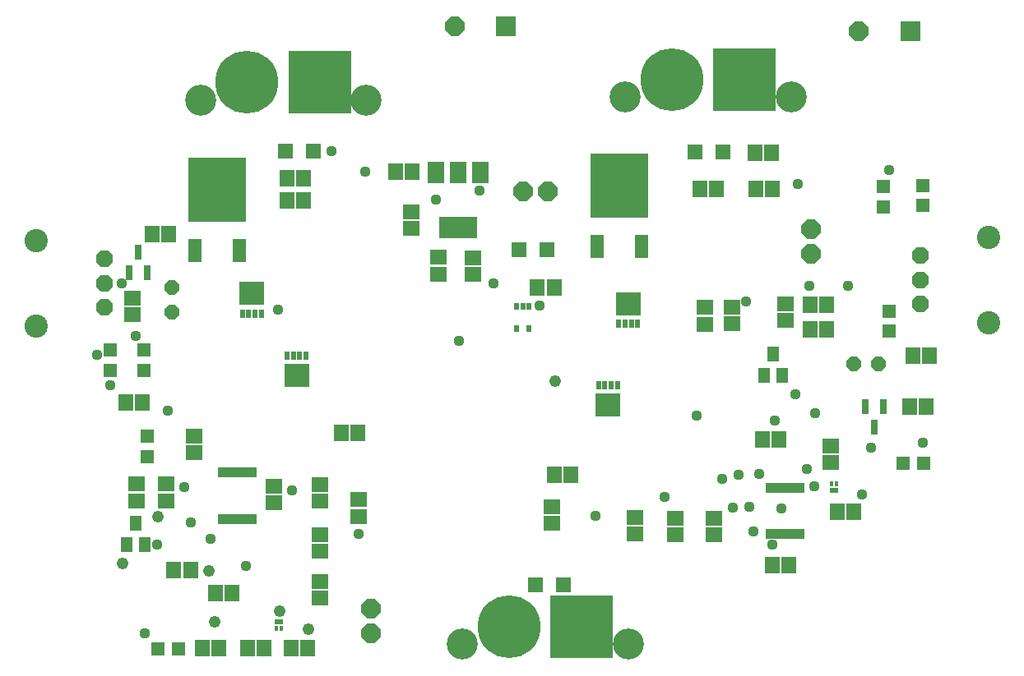
<source format=gts>
G75*
%MOIN*%
%OFA0B0*%
%FSLAX25Y25*%
%IPPOS*%
%LPD*%
%AMOC8*
5,1,8,0,0,1.08239X$1,22.5*
%
%ADD10OC8,0.07887*%
%ADD11R,0.05918X0.06706*%
%ADD12R,0.06706X0.05918*%
%ADD13C,0.12600*%
%ADD14R,0.25469X0.25469*%
%ADD15C,0.25469*%
%ADD16R,0.05524X0.05524*%
%ADD17OC8,0.06737*%
%ADD18C,0.09461*%
%ADD19OC8,0.06000*%
%ADD20R,0.02001X0.04300*%
%ADD21R,0.04737X0.06312*%
%ADD22R,0.03162X0.05918*%
%ADD23R,0.10131X0.09265*%
%ADD24R,0.02454X0.03556*%
%ADD25R,0.01981X0.03162*%
%ADD26R,0.06706X0.08674*%
%ADD27R,0.15761X0.08674*%
%ADD28R,0.05918X0.06312*%
%ADD29R,0.01784X0.02375*%
%ADD30R,0.03556X0.02375*%
%ADD31R,0.23635X0.25997*%
%ADD32R,0.05524X0.09461*%
%ADD33R,0.07887X0.07887*%
%ADD34C,0.04369*%
%ADD35C,0.04762*%
D10*
X0344986Y0036835D03*
X0344986Y0046835D03*
X0523372Y0191047D03*
X0523372Y0201047D03*
X0416640Y0216126D03*
X0406640Y0216126D03*
X0542742Y0281165D03*
X0378766Y0283134D03*
D11*
X0500419Y0231953D03*
X0507112Y0231953D03*
X0507703Y0217386D03*
X0501010Y0217386D03*
X0485065Y0217386D03*
X0478372Y0217386D03*
X0419081Y0177346D03*
X0412388Y0177346D03*
X0317742Y0212661D03*
X0311049Y0212661D03*
X0311049Y0221717D03*
X0317742Y0221717D03*
X0354829Y0224197D03*
X0361522Y0224197D03*
X0262821Y0198882D03*
X0256128Y0198882D03*
X0252388Y0130575D03*
X0245695Y0130575D03*
X0333018Y0118449D03*
X0339711Y0118449D03*
X0419238Y0101362D03*
X0425931Y0101362D03*
X0503687Y0115535D03*
X0510380Y0115535D03*
X0563372Y0129079D03*
X0570065Y0129079D03*
X0571286Y0149669D03*
X0564593Y0149669D03*
X0529553Y0160220D03*
X0522860Y0160220D03*
X0522782Y0170220D03*
X0529475Y0170220D03*
X0533963Y0086402D03*
X0540656Y0086402D03*
X0514199Y0064748D03*
X0507506Y0064748D03*
X0319278Y0030890D03*
X0312585Y0030890D03*
X0301561Y0030850D03*
X0294868Y0030850D03*
X0283175Y0030850D03*
X0276482Y0030850D03*
X0281837Y0053291D03*
X0288530Y0053291D03*
X0271758Y0062780D03*
X0265065Y0062780D03*
D12*
X0305419Y0089827D03*
X0305419Y0096520D03*
X0324160Y0097268D03*
X0324160Y0090575D03*
X0340065Y0091126D03*
X0340065Y0084433D03*
X0324160Y0076874D03*
X0324160Y0070181D03*
X0324356Y0058094D03*
X0324356Y0051402D03*
X0261758Y0090772D03*
X0261758Y0097465D03*
X0249947Y0097465D03*
X0249947Y0090772D03*
X0273175Y0110299D03*
X0273175Y0116992D03*
X0248333Y0166126D03*
X0248333Y0172819D03*
X0361364Y0201244D03*
X0361364Y0207937D03*
X0372152Y0189472D03*
X0372152Y0182780D03*
X0386325Y0182504D03*
X0386325Y0189197D03*
X0480262Y0169118D03*
X0491286Y0169315D03*
X0491286Y0162622D03*
X0480262Y0162425D03*
X0512939Y0163803D03*
X0512939Y0170496D03*
X0531404Y0113016D03*
X0531404Y0106323D03*
X0484002Y0083685D03*
X0468215Y0083488D03*
X0468215Y0076795D03*
X0484002Y0076992D03*
X0451915Y0077189D03*
X0451915Y0083882D03*
X0418412Y0081638D03*
X0418412Y0088331D03*
D13*
X0449098Y0032451D03*
X0381898Y0032451D03*
X0343075Y0253396D03*
X0275875Y0253396D03*
X0447922Y0254577D03*
X0515122Y0254577D03*
D14*
X0496272Y0261677D03*
X0324225Y0260496D03*
X0430248Y0039551D03*
D15*
X0400748Y0039551D03*
X0466772Y0261677D03*
X0294725Y0260496D03*
D16*
X0252978Y0152031D03*
X0239396Y0151992D03*
X0239396Y0143724D03*
X0252978Y0143764D03*
X0254160Y0116795D03*
X0254160Y0108528D03*
X0258687Y0030693D03*
X0266955Y0030693D03*
X0560656Y0105969D03*
X0568923Y0105969D03*
X0554947Y0159512D03*
X0554947Y0167780D03*
X0552506Y0209906D03*
X0552506Y0218173D03*
X0568451Y0218764D03*
X0568451Y0210496D03*
D17*
X0567624Y0190220D03*
X0567624Y0180378D03*
X0567624Y0170535D03*
X0236758Y0169157D03*
X0236758Y0179000D03*
X0236758Y0188843D03*
D18*
X0209199Y0196323D03*
X0209199Y0161677D03*
X0595183Y0163055D03*
X0595183Y0197701D03*
D19*
X0550498Y0146441D03*
X0540498Y0146441D03*
X0264317Y0167150D03*
X0264317Y0177150D03*
D20*
X0283805Y0102189D03*
X0285774Y0102189D03*
X0287742Y0102189D03*
X0289711Y0102189D03*
X0291679Y0102189D03*
X0293648Y0102189D03*
X0295616Y0102189D03*
X0297585Y0102189D03*
X0297585Y0083370D03*
X0295616Y0083370D03*
X0293648Y0083370D03*
X0291679Y0083370D03*
X0289711Y0083370D03*
X0287742Y0083370D03*
X0285774Y0083370D03*
X0283805Y0083370D03*
X0505892Y0077268D03*
X0507860Y0077268D03*
X0509829Y0077268D03*
X0511797Y0077268D03*
X0513766Y0077268D03*
X0515734Y0077268D03*
X0517703Y0077268D03*
X0519671Y0077268D03*
X0519671Y0096087D03*
X0517703Y0096087D03*
X0515734Y0096087D03*
X0513766Y0096087D03*
X0511797Y0096087D03*
X0509829Y0096087D03*
X0507860Y0096087D03*
X0505892Y0096087D03*
D21*
X0504160Y0141598D03*
X0511640Y0141598D03*
X0507900Y0150260D03*
X0253293Y0072898D03*
X0245813Y0072898D03*
X0249553Y0081559D03*
D22*
X0246797Y0183370D03*
X0254278Y0183370D03*
X0250538Y0191638D03*
X0545183Y0128843D03*
X0552663Y0128843D03*
X0548923Y0120575D03*
D23*
X0440931Y0129492D03*
X0449199Y0170634D03*
X0314789Y0141500D03*
X0296640Y0174846D03*
D24*
X0297919Y0166677D03*
X0295360Y0166677D03*
X0292801Y0166677D03*
X0300478Y0166677D03*
X0310951Y0149669D03*
X0313510Y0149669D03*
X0316069Y0149669D03*
X0318628Y0149669D03*
X0437093Y0137661D03*
X0439652Y0137661D03*
X0442211Y0137661D03*
X0444770Y0137661D03*
X0445360Y0162465D03*
X0447919Y0162465D03*
X0450478Y0162465D03*
X0453038Y0162465D03*
D25*
X0408923Y0160594D03*
X0403923Y0160594D03*
X0403923Y0169453D03*
X0406482Y0169453D03*
X0409041Y0169453D03*
D26*
X0389199Y0224079D03*
X0380144Y0224079D03*
X0371089Y0224079D03*
D27*
X0380144Y0201677D03*
D28*
X0404868Y0192701D03*
X0416286Y0192701D03*
X0476207Y0232150D03*
X0487624Y0232150D03*
X0321679Y0232543D03*
X0310262Y0232543D03*
X0411561Y0056677D03*
X0422978Y0056677D03*
D29*
X0308471Y0038921D03*
X0306699Y0038921D03*
X0531738Y0097780D03*
X0533510Y0097780D03*
D30*
X0532624Y0095024D03*
X0307585Y0041677D03*
D31*
X0282506Y0216992D03*
X0445695Y0218764D03*
D32*
X0454671Y0193961D03*
X0436719Y0193961D03*
X0291482Y0192189D03*
X0273530Y0192189D03*
D33*
X0399632Y0283134D03*
X0563608Y0281165D03*
D34*
X0554947Y0224866D03*
X0517939Y0219354D03*
X0522663Y0178016D03*
X0538412Y0178016D03*
X0497073Y0171717D03*
X0413348Y0170008D03*
X0394711Y0178803D03*
X0380538Y0155575D03*
X0307309Y0168173D03*
X0249435Y0157543D03*
X0233960Y0150063D03*
X0239199Y0137465D03*
X0262427Y0127228D03*
X0269120Y0096126D03*
X0271876Y0081953D03*
X0279750Y0075260D03*
X0258097Y0072898D03*
X0294317Y0064236D03*
X0339986Y0077228D03*
X0312821Y0094945D03*
X0435852Y0084512D03*
X0464002Y0092189D03*
X0487230Y0099669D03*
X0493923Y0101244D03*
X0502191Y0101638D03*
X0521482Y0103606D03*
X0524546Y0096606D03*
X0543923Y0093370D03*
X0511246Y0087465D03*
X0498254Y0088252D03*
X0491561Y0087858D03*
X0499829Y0078409D03*
X0507703Y0072898D03*
X0547467Y0112268D03*
X0568726Y0114236D03*
X0525026Y0126441D03*
X0516758Y0133921D03*
X0508490Y0123291D03*
X0476994Y0125260D03*
X0371089Y0213055D03*
X0388963Y0216756D03*
X0342467Y0224197D03*
X0328963Y0232740D03*
X0243923Y0178803D03*
X0253372Y0037071D03*
D35*
X0244120Y0065417D03*
X0279160Y0062268D03*
X0307900Y0045929D03*
X0319514Y0038646D03*
X0281719Y0041598D03*
X0258490Y0084118D03*
X0419514Y0139433D03*
M02*

</source>
